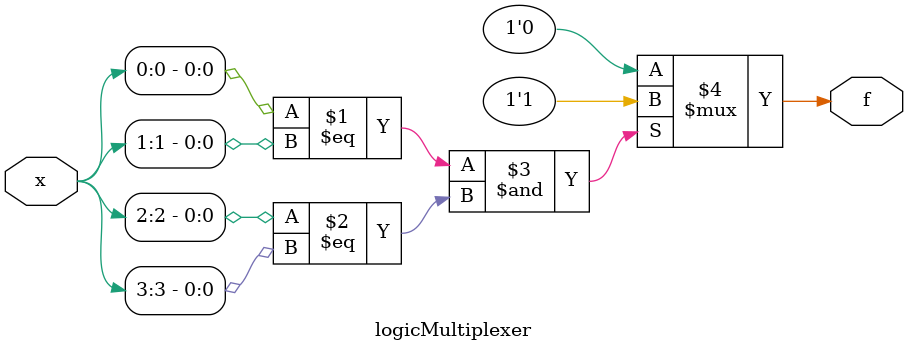
<source format=v>
module logicMultiplexer
  (
   input wire[3:0] x,
   output wire f
   );

   assign f = (x[0]==x[1])&(x[2]==x[3]) ? 1'b1  :
	      1'b0;
endmodule

</source>
